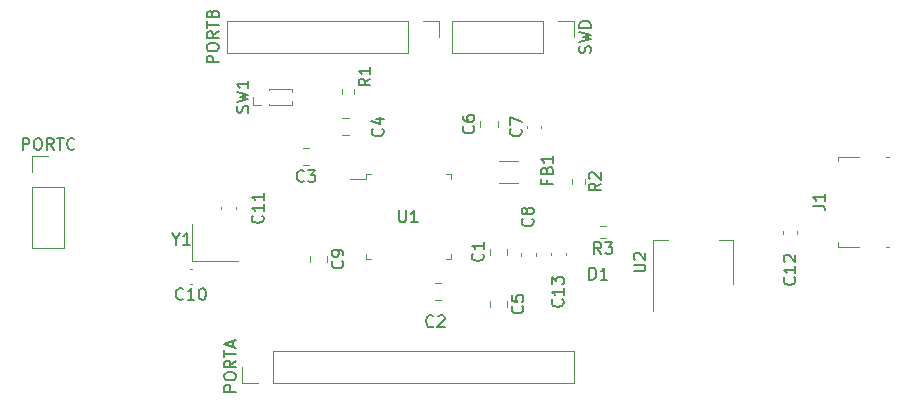
<source format=gbr>
%TF.GenerationSoftware,KiCad,Pcbnew,7.0.8*%
%TF.CreationDate,2025-03-19T21:09:53+05:30*%
%TF.ProjectId,stm32_pcb_design,73746d33-325f-4706-9362-5f6465736967,rev?*%
%TF.SameCoordinates,Original*%
%TF.FileFunction,Legend,Top*%
%TF.FilePolarity,Positive*%
%FSLAX46Y46*%
G04 Gerber Fmt 4.6, Leading zero omitted, Abs format (unit mm)*
G04 Created by KiCad (PCBNEW 7.0.8) date 2025-03-19 21:09:53*
%MOMM*%
%LPD*%
G01*
G04 APERTURE LIST*
%ADD10C,0.150000*%
%ADD11C,0.120000*%
%ADD12C,0.100000*%
G04 APERTURE END LIST*
D10*
X109593333Y-92119819D02*
X109593333Y-91119819D01*
X109593333Y-91119819D02*
X109974285Y-91119819D01*
X109974285Y-91119819D02*
X110069523Y-91167438D01*
X110069523Y-91167438D02*
X110117142Y-91215057D01*
X110117142Y-91215057D02*
X110164761Y-91310295D01*
X110164761Y-91310295D02*
X110164761Y-91453152D01*
X110164761Y-91453152D02*
X110117142Y-91548390D01*
X110117142Y-91548390D02*
X110069523Y-91596009D01*
X110069523Y-91596009D02*
X109974285Y-91643628D01*
X109974285Y-91643628D02*
X109593333Y-91643628D01*
X110783809Y-91119819D02*
X110974285Y-91119819D01*
X110974285Y-91119819D02*
X111069523Y-91167438D01*
X111069523Y-91167438D02*
X111164761Y-91262676D01*
X111164761Y-91262676D02*
X111212380Y-91453152D01*
X111212380Y-91453152D02*
X111212380Y-91786485D01*
X111212380Y-91786485D02*
X111164761Y-91976961D01*
X111164761Y-91976961D02*
X111069523Y-92072200D01*
X111069523Y-92072200D02*
X110974285Y-92119819D01*
X110974285Y-92119819D02*
X110783809Y-92119819D01*
X110783809Y-92119819D02*
X110688571Y-92072200D01*
X110688571Y-92072200D02*
X110593333Y-91976961D01*
X110593333Y-91976961D02*
X110545714Y-91786485D01*
X110545714Y-91786485D02*
X110545714Y-91453152D01*
X110545714Y-91453152D02*
X110593333Y-91262676D01*
X110593333Y-91262676D02*
X110688571Y-91167438D01*
X110688571Y-91167438D02*
X110783809Y-91119819D01*
X112212380Y-92119819D02*
X111879047Y-91643628D01*
X111640952Y-92119819D02*
X111640952Y-91119819D01*
X111640952Y-91119819D02*
X112021904Y-91119819D01*
X112021904Y-91119819D02*
X112117142Y-91167438D01*
X112117142Y-91167438D02*
X112164761Y-91215057D01*
X112164761Y-91215057D02*
X112212380Y-91310295D01*
X112212380Y-91310295D02*
X112212380Y-91453152D01*
X112212380Y-91453152D02*
X112164761Y-91548390D01*
X112164761Y-91548390D02*
X112117142Y-91596009D01*
X112117142Y-91596009D02*
X112021904Y-91643628D01*
X112021904Y-91643628D02*
X111640952Y-91643628D01*
X112498095Y-91119819D02*
X113069523Y-91119819D01*
X112783809Y-92119819D02*
X112783809Y-91119819D01*
X113974285Y-92024580D02*
X113926666Y-92072200D01*
X113926666Y-92072200D02*
X113783809Y-92119819D01*
X113783809Y-92119819D02*
X113688571Y-92119819D01*
X113688571Y-92119819D02*
X113545714Y-92072200D01*
X113545714Y-92072200D02*
X113450476Y-91976961D01*
X113450476Y-91976961D02*
X113402857Y-91881723D01*
X113402857Y-91881723D02*
X113355238Y-91691247D01*
X113355238Y-91691247D02*
X113355238Y-91548390D01*
X113355238Y-91548390D02*
X113402857Y-91357914D01*
X113402857Y-91357914D02*
X113450476Y-91262676D01*
X113450476Y-91262676D02*
X113545714Y-91167438D01*
X113545714Y-91167438D02*
X113688571Y-91119819D01*
X113688571Y-91119819D02*
X113783809Y-91119819D01*
X113783809Y-91119819D02*
X113926666Y-91167438D01*
X113926666Y-91167438D02*
X113974285Y-91215057D01*
X127664819Y-112585237D02*
X126664819Y-112585237D01*
X126664819Y-112585237D02*
X126664819Y-112204285D01*
X126664819Y-112204285D02*
X126712438Y-112109047D01*
X126712438Y-112109047D02*
X126760057Y-112061428D01*
X126760057Y-112061428D02*
X126855295Y-112013809D01*
X126855295Y-112013809D02*
X126998152Y-112013809D01*
X126998152Y-112013809D02*
X127093390Y-112061428D01*
X127093390Y-112061428D02*
X127141009Y-112109047D01*
X127141009Y-112109047D02*
X127188628Y-112204285D01*
X127188628Y-112204285D02*
X127188628Y-112585237D01*
X126664819Y-111394761D02*
X126664819Y-111204285D01*
X126664819Y-111204285D02*
X126712438Y-111109047D01*
X126712438Y-111109047D02*
X126807676Y-111013809D01*
X126807676Y-111013809D02*
X126998152Y-110966190D01*
X126998152Y-110966190D02*
X127331485Y-110966190D01*
X127331485Y-110966190D02*
X127521961Y-111013809D01*
X127521961Y-111013809D02*
X127617200Y-111109047D01*
X127617200Y-111109047D02*
X127664819Y-111204285D01*
X127664819Y-111204285D02*
X127664819Y-111394761D01*
X127664819Y-111394761D02*
X127617200Y-111489999D01*
X127617200Y-111489999D02*
X127521961Y-111585237D01*
X127521961Y-111585237D02*
X127331485Y-111632856D01*
X127331485Y-111632856D02*
X126998152Y-111632856D01*
X126998152Y-111632856D02*
X126807676Y-111585237D01*
X126807676Y-111585237D02*
X126712438Y-111489999D01*
X126712438Y-111489999D02*
X126664819Y-111394761D01*
X127664819Y-109966190D02*
X127188628Y-110299523D01*
X127664819Y-110537618D02*
X126664819Y-110537618D01*
X126664819Y-110537618D02*
X126664819Y-110156666D01*
X126664819Y-110156666D02*
X126712438Y-110061428D01*
X126712438Y-110061428D02*
X126760057Y-110013809D01*
X126760057Y-110013809D02*
X126855295Y-109966190D01*
X126855295Y-109966190D02*
X126998152Y-109966190D01*
X126998152Y-109966190D02*
X127093390Y-110013809D01*
X127093390Y-110013809D02*
X127141009Y-110061428D01*
X127141009Y-110061428D02*
X127188628Y-110156666D01*
X127188628Y-110156666D02*
X127188628Y-110537618D01*
X126664819Y-109680475D02*
X126664819Y-109109047D01*
X127664819Y-109394761D02*
X126664819Y-109394761D01*
X127379104Y-108823332D02*
X127379104Y-108347142D01*
X127664819Y-108918570D02*
X126664819Y-108585237D01*
X126664819Y-108585237D02*
X127664819Y-108251904D01*
X151754580Y-90336666D02*
X151802200Y-90384285D01*
X151802200Y-90384285D02*
X151849819Y-90527142D01*
X151849819Y-90527142D02*
X151849819Y-90622380D01*
X151849819Y-90622380D02*
X151802200Y-90765237D01*
X151802200Y-90765237D02*
X151706961Y-90860475D01*
X151706961Y-90860475D02*
X151611723Y-90908094D01*
X151611723Y-90908094D02*
X151421247Y-90955713D01*
X151421247Y-90955713D02*
X151278390Y-90955713D01*
X151278390Y-90955713D02*
X151087914Y-90908094D01*
X151087914Y-90908094D02*
X150992676Y-90860475D01*
X150992676Y-90860475D02*
X150897438Y-90765237D01*
X150897438Y-90765237D02*
X150849819Y-90622380D01*
X150849819Y-90622380D02*
X150849819Y-90527142D01*
X150849819Y-90527142D02*
X150897438Y-90384285D01*
X150897438Y-90384285D02*
X150945057Y-90336666D01*
X150849819Y-90003332D02*
X150849819Y-89336666D01*
X150849819Y-89336666D02*
X151849819Y-89765237D01*
X141478095Y-97244819D02*
X141478095Y-98054342D01*
X141478095Y-98054342D02*
X141525714Y-98149580D01*
X141525714Y-98149580D02*
X141573333Y-98197200D01*
X141573333Y-98197200D02*
X141668571Y-98244819D01*
X141668571Y-98244819D02*
X141859047Y-98244819D01*
X141859047Y-98244819D02*
X141954285Y-98197200D01*
X141954285Y-98197200D02*
X142001904Y-98149580D01*
X142001904Y-98149580D02*
X142049523Y-98054342D01*
X142049523Y-98054342D02*
X142049523Y-97244819D01*
X143049523Y-98244819D02*
X142478095Y-98244819D01*
X142763809Y-98244819D02*
X142763809Y-97244819D01*
X142763809Y-97244819D02*
X142668571Y-97387676D01*
X142668571Y-97387676D02*
X142573333Y-97482914D01*
X142573333Y-97482914D02*
X142478095Y-97530533D01*
X153971058Y-94697210D02*
X153971058Y-95030543D01*
X154494868Y-95030543D02*
X153494868Y-95030543D01*
X153494868Y-95030543D02*
X153494868Y-94554353D01*
X153971058Y-93840067D02*
X154018677Y-93697210D01*
X154018677Y-93697210D02*
X154066296Y-93649591D01*
X154066296Y-93649591D02*
X154161534Y-93601972D01*
X154161534Y-93601972D02*
X154304391Y-93601972D01*
X154304391Y-93601972D02*
X154399629Y-93649591D01*
X154399629Y-93649591D02*
X154447249Y-93697210D01*
X154447249Y-93697210D02*
X154494868Y-93792448D01*
X154494868Y-93792448D02*
X154494868Y-94173400D01*
X154494868Y-94173400D02*
X153494868Y-94173400D01*
X153494868Y-94173400D02*
X153494868Y-93840067D01*
X153494868Y-93840067D02*
X153542487Y-93744829D01*
X153542487Y-93744829D02*
X153590106Y-93697210D01*
X153590106Y-93697210D02*
X153685344Y-93649591D01*
X153685344Y-93649591D02*
X153780582Y-93649591D01*
X153780582Y-93649591D02*
X153875820Y-93697210D01*
X153875820Y-93697210D02*
X153923439Y-93744829D01*
X153923439Y-93744829D02*
X153971058Y-93840067D01*
X153971058Y-93840067D02*
X153971058Y-94173400D01*
X154494868Y-92649591D02*
X154494868Y-93221019D01*
X154494868Y-92935305D02*
X153494868Y-92935305D01*
X153494868Y-92935305D02*
X153637725Y-93030543D01*
X153637725Y-93030543D02*
X153732963Y-93125781D01*
X153732963Y-93125781D02*
X153780582Y-93221019D01*
X151899580Y-105344166D02*
X151947200Y-105391785D01*
X151947200Y-105391785D02*
X151994819Y-105534642D01*
X151994819Y-105534642D02*
X151994819Y-105629880D01*
X151994819Y-105629880D02*
X151947200Y-105772737D01*
X151947200Y-105772737D02*
X151851961Y-105867975D01*
X151851961Y-105867975D02*
X151756723Y-105915594D01*
X151756723Y-105915594D02*
X151566247Y-105963213D01*
X151566247Y-105963213D02*
X151423390Y-105963213D01*
X151423390Y-105963213D02*
X151232914Y-105915594D01*
X151232914Y-105915594D02*
X151137676Y-105867975D01*
X151137676Y-105867975D02*
X151042438Y-105772737D01*
X151042438Y-105772737D02*
X150994819Y-105629880D01*
X150994819Y-105629880D02*
X150994819Y-105534642D01*
X150994819Y-105534642D02*
X151042438Y-105391785D01*
X151042438Y-105391785D02*
X151090057Y-105344166D01*
X150994819Y-104439404D02*
X150994819Y-104915594D01*
X150994819Y-104915594D02*
X151471009Y-104963213D01*
X151471009Y-104963213D02*
X151423390Y-104915594D01*
X151423390Y-104915594D02*
X151375771Y-104820356D01*
X151375771Y-104820356D02*
X151375771Y-104582261D01*
X151375771Y-104582261D02*
X151423390Y-104487023D01*
X151423390Y-104487023D02*
X151471009Y-104439404D01*
X151471009Y-104439404D02*
X151566247Y-104391785D01*
X151566247Y-104391785D02*
X151804342Y-104391785D01*
X151804342Y-104391785D02*
X151899580Y-104439404D01*
X151899580Y-104439404D02*
X151947200Y-104487023D01*
X151947200Y-104487023D02*
X151994819Y-104582261D01*
X151994819Y-104582261D02*
X151994819Y-104820356D01*
X151994819Y-104820356D02*
X151947200Y-104915594D01*
X151947200Y-104915594D02*
X151899580Y-104963213D01*
X123189642Y-104719580D02*
X123142023Y-104767200D01*
X123142023Y-104767200D02*
X122999166Y-104814819D01*
X122999166Y-104814819D02*
X122903928Y-104814819D01*
X122903928Y-104814819D02*
X122761071Y-104767200D01*
X122761071Y-104767200D02*
X122665833Y-104671961D01*
X122665833Y-104671961D02*
X122618214Y-104576723D01*
X122618214Y-104576723D02*
X122570595Y-104386247D01*
X122570595Y-104386247D02*
X122570595Y-104243390D01*
X122570595Y-104243390D02*
X122618214Y-104052914D01*
X122618214Y-104052914D02*
X122665833Y-103957676D01*
X122665833Y-103957676D02*
X122761071Y-103862438D01*
X122761071Y-103862438D02*
X122903928Y-103814819D01*
X122903928Y-103814819D02*
X122999166Y-103814819D01*
X122999166Y-103814819D02*
X123142023Y-103862438D01*
X123142023Y-103862438D02*
X123189642Y-103910057D01*
X124142023Y-104814819D02*
X123570595Y-104814819D01*
X123856309Y-104814819D02*
X123856309Y-103814819D01*
X123856309Y-103814819D02*
X123761071Y-103957676D01*
X123761071Y-103957676D02*
X123665833Y-104052914D01*
X123665833Y-104052914D02*
X123570595Y-104100533D01*
X124761071Y-103814819D02*
X124856309Y-103814819D01*
X124856309Y-103814819D02*
X124951547Y-103862438D01*
X124951547Y-103862438D02*
X124999166Y-103910057D01*
X124999166Y-103910057D02*
X125046785Y-104005295D01*
X125046785Y-104005295D02*
X125094404Y-104195771D01*
X125094404Y-104195771D02*
X125094404Y-104433866D01*
X125094404Y-104433866D02*
X125046785Y-104624342D01*
X125046785Y-104624342D02*
X124999166Y-104719580D01*
X124999166Y-104719580D02*
X124951547Y-104767200D01*
X124951547Y-104767200D02*
X124856309Y-104814819D01*
X124856309Y-104814819D02*
X124761071Y-104814819D01*
X124761071Y-104814819D02*
X124665833Y-104767200D01*
X124665833Y-104767200D02*
X124618214Y-104719580D01*
X124618214Y-104719580D02*
X124570595Y-104624342D01*
X124570595Y-104624342D02*
X124522976Y-104433866D01*
X124522976Y-104433866D02*
X124522976Y-104195771D01*
X124522976Y-104195771D02*
X124570595Y-104005295D01*
X124570595Y-104005295D02*
X124618214Y-103910057D01*
X124618214Y-103910057D02*
X124665833Y-103862438D01*
X124665833Y-103862438D02*
X124761071Y-103814819D01*
X136659580Y-101534166D02*
X136707200Y-101581785D01*
X136707200Y-101581785D02*
X136754819Y-101724642D01*
X136754819Y-101724642D02*
X136754819Y-101819880D01*
X136754819Y-101819880D02*
X136707200Y-101962737D01*
X136707200Y-101962737D02*
X136611961Y-102057975D01*
X136611961Y-102057975D02*
X136516723Y-102105594D01*
X136516723Y-102105594D02*
X136326247Y-102153213D01*
X136326247Y-102153213D02*
X136183390Y-102153213D01*
X136183390Y-102153213D02*
X135992914Y-102105594D01*
X135992914Y-102105594D02*
X135897676Y-102057975D01*
X135897676Y-102057975D02*
X135802438Y-101962737D01*
X135802438Y-101962737D02*
X135754819Y-101819880D01*
X135754819Y-101819880D02*
X135754819Y-101724642D01*
X135754819Y-101724642D02*
X135802438Y-101581785D01*
X135802438Y-101581785D02*
X135850057Y-101534166D01*
X136754819Y-101057975D02*
X136754819Y-100867499D01*
X136754819Y-100867499D02*
X136707200Y-100772261D01*
X136707200Y-100772261D02*
X136659580Y-100724642D01*
X136659580Y-100724642D02*
X136516723Y-100629404D01*
X136516723Y-100629404D02*
X136326247Y-100581785D01*
X136326247Y-100581785D02*
X135945295Y-100581785D01*
X135945295Y-100581785D02*
X135850057Y-100629404D01*
X135850057Y-100629404D02*
X135802438Y-100677023D01*
X135802438Y-100677023D02*
X135754819Y-100772261D01*
X135754819Y-100772261D02*
X135754819Y-100962737D01*
X135754819Y-100962737D02*
X135802438Y-101057975D01*
X135802438Y-101057975D02*
X135850057Y-101105594D01*
X135850057Y-101105594D02*
X135945295Y-101153213D01*
X135945295Y-101153213D02*
X136183390Y-101153213D01*
X136183390Y-101153213D02*
X136278628Y-101105594D01*
X136278628Y-101105594D02*
X136326247Y-101057975D01*
X136326247Y-101057975D02*
X136373866Y-100962737D01*
X136373866Y-100962737D02*
X136373866Y-100772261D01*
X136373866Y-100772261D02*
X136326247Y-100677023D01*
X136326247Y-100677023D02*
X136278628Y-100629404D01*
X136278628Y-100629404D02*
X136183390Y-100581785D01*
X133415833Y-94749580D02*
X133368214Y-94797200D01*
X133368214Y-94797200D02*
X133225357Y-94844819D01*
X133225357Y-94844819D02*
X133130119Y-94844819D01*
X133130119Y-94844819D02*
X132987262Y-94797200D01*
X132987262Y-94797200D02*
X132892024Y-94701961D01*
X132892024Y-94701961D02*
X132844405Y-94606723D01*
X132844405Y-94606723D02*
X132796786Y-94416247D01*
X132796786Y-94416247D02*
X132796786Y-94273390D01*
X132796786Y-94273390D02*
X132844405Y-94082914D01*
X132844405Y-94082914D02*
X132892024Y-93987676D01*
X132892024Y-93987676D02*
X132987262Y-93892438D01*
X132987262Y-93892438D02*
X133130119Y-93844819D01*
X133130119Y-93844819D02*
X133225357Y-93844819D01*
X133225357Y-93844819D02*
X133368214Y-93892438D01*
X133368214Y-93892438D02*
X133415833Y-93940057D01*
X133749167Y-93844819D02*
X134368214Y-93844819D01*
X134368214Y-93844819D02*
X134034881Y-94225771D01*
X134034881Y-94225771D02*
X134177738Y-94225771D01*
X134177738Y-94225771D02*
X134272976Y-94273390D01*
X134272976Y-94273390D02*
X134320595Y-94321009D01*
X134320595Y-94321009D02*
X134368214Y-94416247D01*
X134368214Y-94416247D02*
X134368214Y-94654342D01*
X134368214Y-94654342D02*
X134320595Y-94749580D01*
X134320595Y-94749580D02*
X134272976Y-94797200D01*
X134272976Y-94797200D02*
X134177738Y-94844819D01*
X134177738Y-94844819D02*
X133892024Y-94844819D01*
X133892024Y-94844819D02*
X133796786Y-94797200D01*
X133796786Y-94797200D02*
X133749167Y-94749580D01*
X158583333Y-100944819D02*
X158250000Y-100468628D01*
X158011905Y-100944819D02*
X158011905Y-99944819D01*
X158011905Y-99944819D02*
X158392857Y-99944819D01*
X158392857Y-99944819D02*
X158488095Y-99992438D01*
X158488095Y-99992438D02*
X158535714Y-100040057D01*
X158535714Y-100040057D02*
X158583333Y-100135295D01*
X158583333Y-100135295D02*
X158583333Y-100278152D01*
X158583333Y-100278152D02*
X158535714Y-100373390D01*
X158535714Y-100373390D02*
X158488095Y-100421009D01*
X158488095Y-100421009D02*
X158392857Y-100468628D01*
X158392857Y-100468628D02*
X158011905Y-100468628D01*
X158916667Y-99944819D02*
X159535714Y-99944819D01*
X159535714Y-99944819D02*
X159202381Y-100325771D01*
X159202381Y-100325771D02*
X159345238Y-100325771D01*
X159345238Y-100325771D02*
X159440476Y-100373390D01*
X159440476Y-100373390D02*
X159488095Y-100421009D01*
X159488095Y-100421009D02*
X159535714Y-100516247D01*
X159535714Y-100516247D02*
X159535714Y-100754342D01*
X159535714Y-100754342D02*
X159488095Y-100849580D01*
X159488095Y-100849580D02*
X159440476Y-100897200D01*
X159440476Y-100897200D02*
X159345238Y-100944819D01*
X159345238Y-100944819D02*
X159059524Y-100944819D01*
X159059524Y-100944819D02*
X158964286Y-100897200D01*
X158964286Y-100897200D02*
X158916667Y-100849580D01*
X139044819Y-86081666D02*
X138568628Y-86414999D01*
X139044819Y-86653094D02*
X138044819Y-86653094D01*
X138044819Y-86653094D02*
X138044819Y-86272142D01*
X138044819Y-86272142D02*
X138092438Y-86176904D01*
X138092438Y-86176904D02*
X138140057Y-86129285D01*
X138140057Y-86129285D02*
X138235295Y-86081666D01*
X138235295Y-86081666D02*
X138378152Y-86081666D01*
X138378152Y-86081666D02*
X138473390Y-86129285D01*
X138473390Y-86129285D02*
X138521009Y-86176904D01*
X138521009Y-86176904D02*
X138568628Y-86272142D01*
X138568628Y-86272142D02*
X138568628Y-86653094D01*
X139044819Y-85129285D02*
X139044819Y-85700713D01*
X139044819Y-85414999D02*
X138044819Y-85414999D01*
X138044819Y-85414999D02*
X138187676Y-85510237D01*
X138187676Y-85510237D02*
X138282914Y-85605475D01*
X138282914Y-85605475D02*
X138330533Y-85700713D01*
X144380833Y-107039580D02*
X144333214Y-107087200D01*
X144333214Y-107087200D02*
X144190357Y-107134819D01*
X144190357Y-107134819D02*
X144095119Y-107134819D01*
X144095119Y-107134819D02*
X143952262Y-107087200D01*
X143952262Y-107087200D02*
X143857024Y-106991961D01*
X143857024Y-106991961D02*
X143809405Y-106896723D01*
X143809405Y-106896723D02*
X143761786Y-106706247D01*
X143761786Y-106706247D02*
X143761786Y-106563390D01*
X143761786Y-106563390D02*
X143809405Y-106372914D01*
X143809405Y-106372914D02*
X143857024Y-106277676D01*
X143857024Y-106277676D02*
X143952262Y-106182438D01*
X143952262Y-106182438D02*
X144095119Y-106134819D01*
X144095119Y-106134819D02*
X144190357Y-106134819D01*
X144190357Y-106134819D02*
X144333214Y-106182438D01*
X144333214Y-106182438D02*
X144380833Y-106230057D01*
X144761786Y-106230057D02*
X144809405Y-106182438D01*
X144809405Y-106182438D02*
X144904643Y-106134819D01*
X144904643Y-106134819D02*
X145142738Y-106134819D01*
X145142738Y-106134819D02*
X145237976Y-106182438D01*
X145237976Y-106182438D02*
X145285595Y-106230057D01*
X145285595Y-106230057D02*
X145333214Y-106325295D01*
X145333214Y-106325295D02*
X145333214Y-106420533D01*
X145333214Y-106420533D02*
X145285595Y-106563390D01*
X145285595Y-106563390D02*
X144714167Y-107134819D01*
X144714167Y-107134819D02*
X145333214Y-107134819D01*
X129899580Y-97692857D02*
X129947200Y-97740476D01*
X129947200Y-97740476D02*
X129994819Y-97883333D01*
X129994819Y-97883333D02*
X129994819Y-97978571D01*
X129994819Y-97978571D02*
X129947200Y-98121428D01*
X129947200Y-98121428D02*
X129851961Y-98216666D01*
X129851961Y-98216666D02*
X129756723Y-98264285D01*
X129756723Y-98264285D02*
X129566247Y-98311904D01*
X129566247Y-98311904D02*
X129423390Y-98311904D01*
X129423390Y-98311904D02*
X129232914Y-98264285D01*
X129232914Y-98264285D02*
X129137676Y-98216666D01*
X129137676Y-98216666D02*
X129042438Y-98121428D01*
X129042438Y-98121428D02*
X128994819Y-97978571D01*
X128994819Y-97978571D02*
X128994819Y-97883333D01*
X128994819Y-97883333D02*
X129042438Y-97740476D01*
X129042438Y-97740476D02*
X129090057Y-97692857D01*
X129994819Y-96740476D02*
X129994819Y-97311904D01*
X129994819Y-97026190D02*
X128994819Y-97026190D01*
X128994819Y-97026190D02*
X129137676Y-97121428D01*
X129137676Y-97121428D02*
X129232914Y-97216666D01*
X129232914Y-97216666D02*
X129280533Y-97311904D01*
X129994819Y-95788095D02*
X129994819Y-96359523D01*
X129994819Y-96073809D02*
X128994819Y-96073809D01*
X128994819Y-96073809D02*
X129137676Y-96169047D01*
X129137676Y-96169047D02*
X129232914Y-96264285D01*
X129232914Y-96264285D02*
X129280533Y-96359523D01*
X152759580Y-97956666D02*
X152807200Y-98004285D01*
X152807200Y-98004285D02*
X152854819Y-98147142D01*
X152854819Y-98147142D02*
X152854819Y-98242380D01*
X152854819Y-98242380D02*
X152807200Y-98385237D01*
X152807200Y-98385237D02*
X152711961Y-98480475D01*
X152711961Y-98480475D02*
X152616723Y-98528094D01*
X152616723Y-98528094D02*
X152426247Y-98575713D01*
X152426247Y-98575713D02*
X152283390Y-98575713D01*
X152283390Y-98575713D02*
X152092914Y-98528094D01*
X152092914Y-98528094D02*
X151997676Y-98480475D01*
X151997676Y-98480475D02*
X151902438Y-98385237D01*
X151902438Y-98385237D02*
X151854819Y-98242380D01*
X151854819Y-98242380D02*
X151854819Y-98147142D01*
X151854819Y-98147142D02*
X151902438Y-98004285D01*
X151902438Y-98004285D02*
X151950057Y-97956666D01*
X152283390Y-97385237D02*
X152235771Y-97480475D01*
X152235771Y-97480475D02*
X152188152Y-97528094D01*
X152188152Y-97528094D02*
X152092914Y-97575713D01*
X152092914Y-97575713D02*
X152045295Y-97575713D01*
X152045295Y-97575713D02*
X151950057Y-97528094D01*
X151950057Y-97528094D02*
X151902438Y-97480475D01*
X151902438Y-97480475D02*
X151854819Y-97385237D01*
X151854819Y-97385237D02*
X151854819Y-97194761D01*
X151854819Y-97194761D02*
X151902438Y-97099523D01*
X151902438Y-97099523D02*
X151950057Y-97051904D01*
X151950057Y-97051904D02*
X152045295Y-97004285D01*
X152045295Y-97004285D02*
X152092914Y-97004285D01*
X152092914Y-97004285D02*
X152188152Y-97051904D01*
X152188152Y-97051904D02*
X152235771Y-97099523D01*
X152235771Y-97099523D02*
X152283390Y-97194761D01*
X152283390Y-97194761D02*
X152283390Y-97385237D01*
X152283390Y-97385237D02*
X152331009Y-97480475D01*
X152331009Y-97480475D02*
X152378628Y-97528094D01*
X152378628Y-97528094D02*
X152473866Y-97575713D01*
X152473866Y-97575713D02*
X152664342Y-97575713D01*
X152664342Y-97575713D02*
X152759580Y-97528094D01*
X152759580Y-97528094D02*
X152807200Y-97480475D01*
X152807200Y-97480475D02*
X152854819Y-97385237D01*
X152854819Y-97385237D02*
X152854819Y-97194761D01*
X152854819Y-97194761D02*
X152807200Y-97099523D01*
X152807200Y-97099523D02*
X152759580Y-97051904D01*
X152759580Y-97051904D02*
X152664342Y-97004285D01*
X152664342Y-97004285D02*
X152473866Y-97004285D01*
X152473866Y-97004285D02*
X152378628Y-97051904D01*
X152378628Y-97051904D02*
X152331009Y-97099523D01*
X152331009Y-97099523D02*
X152283390Y-97194761D01*
X155299580Y-104782857D02*
X155347200Y-104830476D01*
X155347200Y-104830476D02*
X155394819Y-104973333D01*
X155394819Y-104973333D02*
X155394819Y-105068571D01*
X155394819Y-105068571D02*
X155347200Y-105211428D01*
X155347200Y-105211428D02*
X155251961Y-105306666D01*
X155251961Y-105306666D02*
X155156723Y-105354285D01*
X155156723Y-105354285D02*
X154966247Y-105401904D01*
X154966247Y-105401904D02*
X154823390Y-105401904D01*
X154823390Y-105401904D02*
X154632914Y-105354285D01*
X154632914Y-105354285D02*
X154537676Y-105306666D01*
X154537676Y-105306666D02*
X154442438Y-105211428D01*
X154442438Y-105211428D02*
X154394819Y-105068571D01*
X154394819Y-105068571D02*
X154394819Y-104973333D01*
X154394819Y-104973333D02*
X154442438Y-104830476D01*
X154442438Y-104830476D02*
X154490057Y-104782857D01*
X155394819Y-103830476D02*
X155394819Y-104401904D01*
X155394819Y-104116190D02*
X154394819Y-104116190D01*
X154394819Y-104116190D02*
X154537676Y-104211428D01*
X154537676Y-104211428D02*
X154632914Y-104306666D01*
X154632914Y-104306666D02*
X154680533Y-104401904D01*
X154394819Y-103497142D02*
X154394819Y-102878095D01*
X154394819Y-102878095D02*
X154775771Y-103211428D01*
X154775771Y-103211428D02*
X154775771Y-103068571D01*
X154775771Y-103068571D02*
X154823390Y-102973333D01*
X154823390Y-102973333D02*
X154871009Y-102925714D01*
X154871009Y-102925714D02*
X154966247Y-102878095D01*
X154966247Y-102878095D02*
X155204342Y-102878095D01*
X155204342Y-102878095D02*
X155299580Y-102925714D01*
X155299580Y-102925714D02*
X155347200Y-102973333D01*
X155347200Y-102973333D02*
X155394819Y-103068571D01*
X155394819Y-103068571D02*
X155394819Y-103354285D01*
X155394819Y-103354285D02*
X155347200Y-103449523D01*
X155347200Y-103449523D02*
X155299580Y-103497142D01*
X148539580Y-100906666D02*
X148587200Y-100954285D01*
X148587200Y-100954285D02*
X148634819Y-101097142D01*
X148634819Y-101097142D02*
X148634819Y-101192380D01*
X148634819Y-101192380D02*
X148587200Y-101335237D01*
X148587200Y-101335237D02*
X148491961Y-101430475D01*
X148491961Y-101430475D02*
X148396723Y-101478094D01*
X148396723Y-101478094D02*
X148206247Y-101525713D01*
X148206247Y-101525713D02*
X148063390Y-101525713D01*
X148063390Y-101525713D02*
X147872914Y-101478094D01*
X147872914Y-101478094D02*
X147777676Y-101430475D01*
X147777676Y-101430475D02*
X147682438Y-101335237D01*
X147682438Y-101335237D02*
X147634819Y-101192380D01*
X147634819Y-101192380D02*
X147634819Y-101097142D01*
X147634819Y-101097142D02*
X147682438Y-100954285D01*
X147682438Y-100954285D02*
X147730057Y-100906666D01*
X148634819Y-99954285D02*
X148634819Y-100525713D01*
X148634819Y-100239999D02*
X147634819Y-100239999D01*
X147634819Y-100239999D02*
X147777676Y-100335237D01*
X147777676Y-100335237D02*
X147872914Y-100430475D01*
X147872914Y-100430475D02*
X147920533Y-100525713D01*
X157667200Y-83907142D02*
X157714819Y-83764285D01*
X157714819Y-83764285D02*
X157714819Y-83526190D01*
X157714819Y-83526190D02*
X157667200Y-83430952D01*
X157667200Y-83430952D02*
X157619580Y-83383333D01*
X157619580Y-83383333D02*
X157524342Y-83335714D01*
X157524342Y-83335714D02*
X157429104Y-83335714D01*
X157429104Y-83335714D02*
X157333866Y-83383333D01*
X157333866Y-83383333D02*
X157286247Y-83430952D01*
X157286247Y-83430952D02*
X157238628Y-83526190D01*
X157238628Y-83526190D02*
X157191009Y-83716666D01*
X157191009Y-83716666D02*
X157143390Y-83811904D01*
X157143390Y-83811904D02*
X157095771Y-83859523D01*
X157095771Y-83859523D02*
X157000533Y-83907142D01*
X157000533Y-83907142D02*
X156905295Y-83907142D01*
X156905295Y-83907142D02*
X156810057Y-83859523D01*
X156810057Y-83859523D02*
X156762438Y-83811904D01*
X156762438Y-83811904D02*
X156714819Y-83716666D01*
X156714819Y-83716666D02*
X156714819Y-83478571D01*
X156714819Y-83478571D02*
X156762438Y-83335714D01*
X156714819Y-83002380D02*
X157714819Y-82764285D01*
X157714819Y-82764285D02*
X157000533Y-82573809D01*
X157000533Y-82573809D02*
X157714819Y-82383333D01*
X157714819Y-82383333D02*
X156714819Y-82145238D01*
X157714819Y-81764285D02*
X156714819Y-81764285D01*
X156714819Y-81764285D02*
X156714819Y-81526190D01*
X156714819Y-81526190D02*
X156762438Y-81383333D01*
X156762438Y-81383333D02*
X156857676Y-81288095D01*
X156857676Y-81288095D02*
X156952914Y-81240476D01*
X156952914Y-81240476D02*
X157143390Y-81192857D01*
X157143390Y-81192857D02*
X157286247Y-81192857D01*
X157286247Y-81192857D02*
X157476723Y-81240476D01*
X157476723Y-81240476D02*
X157571961Y-81288095D01*
X157571961Y-81288095D02*
X157667200Y-81383333D01*
X157667200Y-81383333D02*
X157714819Y-81526190D01*
X157714819Y-81526190D02*
X157714819Y-81764285D01*
X147754580Y-90104166D02*
X147802200Y-90151785D01*
X147802200Y-90151785D02*
X147849819Y-90294642D01*
X147849819Y-90294642D02*
X147849819Y-90389880D01*
X147849819Y-90389880D02*
X147802200Y-90532737D01*
X147802200Y-90532737D02*
X147706961Y-90627975D01*
X147706961Y-90627975D02*
X147611723Y-90675594D01*
X147611723Y-90675594D02*
X147421247Y-90723213D01*
X147421247Y-90723213D02*
X147278390Y-90723213D01*
X147278390Y-90723213D02*
X147087914Y-90675594D01*
X147087914Y-90675594D02*
X146992676Y-90627975D01*
X146992676Y-90627975D02*
X146897438Y-90532737D01*
X146897438Y-90532737D02*
X146849819Y-90389880D01*
X146849819Y-90389880D02*
X146849819Y-90294642D01*
X146849819Y-90294642D02*
X146897438Y-90151785D01*
X146897438Y-90151785D02*
X146945057Y-90104166D01*
X146849819Y-89247023D02*
X146849819Y-89437499D01*
X146849819Y-89437499D02*
X146897438Y-89532737D01*
X146897438Y-89532737D02*
X146945057Y-89580356D01*
X146945057Y-89580356D02*
X147087914Y-89675594D01*
X147087914Y-89675594D02*
X147278390Y-89723213D01*
X147278390Y-89723213D02*
X147659342Y-89723213D01*
X147659342Y-89723213D02*
X147754580Y-89675594D01*
X147754580Y-89675594D02*
X147802200Y-89627975D01*
X147802200Y-89627975D02*
X147849819Y-89532737D01*
X147849819Y-89532737D02*
X147849819Y-89342261D01*
X147849819Y-89342261D02*
X147802200Y-89247023D01*
X147802200Y-89247023D02*
X147754580Y-89199404D01*
X147754580Y-89199404D02*
X147659342Y-89151785D01*
X147659342Y-89151785D02*
X147421247Y-89151785D01*
X147421247Y-89151785D02*
X147326009Y-89199404D01*
X147326009Y-89199404D02*
X147278390Y-89247023D01*
X147278390Y-89247023D02*
X147230771Y-89342261D01*
X147230771Y-89342261D02*
X147230771Y-89532737D01*
X147230771Y-89532737D02*
X147278390Y-89627975D01*
X147278390Y-89627975D02*
X147326009Y-89675594D01*
X147326009Y-89675594D02*
X147421247Y-89723213D01*
X176494819Y-96853333D02*
X177209104Y-96853333D01*
X177209104Y-96853333D02*
X177351961Y-96900952D01*
X177351961Y-96900952D02*
X177447200Y-96996190D01*
X177447200Y-96996190D02*
X177494819Y-97139047D01*
X177494819Y-97139047D02*
X177494819Y-97234285D01*
X177494819Y-95853333D02*
X177494819Y-96424761D01*
X177494819Y-96139047D02*
X176494819Y-96139047D01*
X176494819Y-96139047D02*
X176637676Y-96234285D01*
X176637676Y-96234285D02*
X176732914Y-96329523D01*
X176732914Y-96329523D02*
X176780533Y-96424761D01*
X174922080Y-102922857D02*
X174969700Y-102970476D01*
X174969700Y-102970476D02*
X175017319Y-103113333D01*
X175017319Y-103113333D02*
X175017319Y-103208571D01*
X175017319Y-103208571D02*
X174969700Y-103351428D01*
X174969700Y-103351428D02*
X174874461Y-103446666D01*
X174874461Y-103446666D02*
X174779223Y-103494285D01*
X174779223Y-103494285D02*
X174588747Y-103541904D01*
X174588747Y-103541904D02*
X174445890Y-103541904D01*
X174445890Y-103541904D02*
X174255414Y-103494285D01*
X174255414Y-103494285D02*
X174160176Y-103446666D01*
X174160176Y-103446666D02*
X174064938Y-103351428D01*
X174064938Y-103351428D02*
X174017319Y-103208571D01*
X174017319Y-103208571D02*
X174017319Y-103113333D01*
X174017319Y-103113333D02*
X174064938Y-102970476D01*
X174064938Y-102970476D02*
X174112557Y-102922857D01*
X175017319Y-101970476D02*
X175017319Y-102541904D01*
X175017319Y-102256190D02*
X174017319Y-102256190D01*
X174017319Y-102256190D02*
X174160176Y-102351428D01*
X174160176Y-102351428D02*
X174255414Y-102446666D01*
X174255414Y-102446666D02*
X174303033Y-102541904D01*
X174112557Y-101589523D02*
X174064938Y-101541904D01*
X174064938Y-101541904D02*
X174017319Y-101446666D01*
X174017319Y-101446666D02*
X174017319Y-101208571D01*
X174017319Y-101208571D02*
X174064938Y-101113333D01*
X174064938Y-101113333D02*
X174112557Y-101065714D01*
X174112557Y-101065714D02*
X174207795Y-101018095D01*
X174207795Y-101018095D02*
X174303033Y-101018095D01*
X174303033Y-101018095D02*
X174445890Y-101065714D01*
X174445890Y-101065714D02*
X175017319Y-101637142D01*
X175017319Y-101637142D02*
X175017319Y-101018095D01*
X126184819Y-84716666D02*
X125184819Y-84716666D01*
X125184819Y-84716666D02*
X125184819Y-84335714D01*
X125184819Y-84335714D02*
X125232438Y-84240476D01*
X125232438Y-84240476D02*
X125280057Y-84192857D01*
X125280057Y-84192857D02*
X125375295Y-84145238D01*
X125375295Y-84145238D02*
X125518152Y-84145238D01*
X125518152Y-84145238D02*
X125613390Y-84192857D01*
X125613390Y-84192857D02*
X125661009Y-84240476D01*
X125661009Y-84240476D02*
X125708628Y-84335714D01*
X125708628Y-84335714D02*
X125708628Y-84716666D01*
X125184819Y-83526190D02*
X125184819Y-83335714D01*
X125184819Y-83335714D02*
X125232438Y-83240476D01*
X125232438Y-83240476D02*
X125327676Y-83145238D01*
X125327676Y-83145238D02*
X125518152Y-83097619D01*
X125518152Y-83097619D02*
X125851485Y-83097619D01*
X125851485Y-83097619D02*
X126041961Y-83145238D01*
X126041961Y-83145238D02*
X126137200Y-83240476D01*
X126137200Y-83240476D02*
X126184819Y-83335714D01*
X126184819Y-83335714D02*
X126184819Y-83526190D01*
X126184819Y-83526190D02*
X126137200Y-83621428D01*
X126137200Y-83621428D02*
X126041961Y-83716666D01*
X126041961Y-83716666D02*
X125851485Y-83764285D01*
X125851485Y-83764285D02*
X125518152Y-83764285D01*
X125518152Y-83764285D02*
X125327676Y-83716666D01*
X125327676Y-83716666D02*
X125232438Y-83621428D01*
X125232438Y-83621428D02*
X125184819Y-83526190D01*
X126184819Y-82097619D02*
X125708628Y-82430952D01*
X126184819Y-82669047D02*
X125184819Y-82669047D01*
X125184819Y-82669047D02*
X125184819Y-82288095D01*
X125184819Y-82288095D02*
X125232438Y-82192857D01*
X125232438Y-82192857D02*
X125280057Y-82145238D01*
X125280057Y-82145238D02*
X125375295Y-82097619D01*
X125375295Y-82097619D02*
X125518152Y-82097619D01*
X125518152Y-82097619D02*
X125613390Y-82145238D01*
X125613390Y-82145238D02*
X125661009Y-82192857D01*
X125661009Y-82192857D02*
X125708628Y-82288095D01*
X125708628Y-82288095D02*
X125708628Y-82669047D01*
X125184819Y-81811904D02*
X125184819Y-81240476D01*
X126184819Y-81526190D02*
X125184819Y-81526190D01*
X125661009Y-80573809D02*
X125708628Y-80430952D01*
X125708628Y-80430952D02*
X125756247Y-80383333D01*
X125756247Y-80383333D02*
X125851485Y-80335714D01*
X125851485Y-80335714D02*
X125994342Y-80335714D01*
X125994342Y-80335714D02*
X126089580Y-80383333D01*
X126089580Y-80383333D02*
X126137200Y-80430952D01*
X126137200Y-80430952D02*
X126184819Y-80526190D01*
X126184819Y-80526190D02*
X126184819Y-80907142D01*
X126184819Y-80907142D02*
X125184819Y-80907142D01*
X125184819Y-80907142D02*
X125184819Y-80573809D01*
X125184819Y-80573809D02*
X125232438Y-80478571D01*
X125232438Y-80478571D02*
X125280057Y-80430952D01*
X125280057Y-80430952D02*
X125375295Y-80383333D01*
X125375295Y-80383333D02*
X125470533Y-80383333D01*
X125470533Y-80383333D02*
X125565771Y-80430952D01*
X125565771Y-80430952D02*
X125613390Y-80478571D01*
X125613390Y-80478571D02*
X125661009Y-80573809D01*
X125661009Y-80573809D02*
X125661009Y-80907142D01*
X158539819Y-94971666D02*
X158063628Y-95304999D01*
X158539819Y-95543094D02*
X157539819Y-95543094D01*
X157539819Y-95543094D02*
X157539819Y-95162142D01*
X157539819Y-95162142D02*
X157587438Y-95066904D01*
X157587438Y-95066904D02*
X157635057Y-95019285D01*
X157635057Y-95019285D02*
X157730295Y-94971666D01*
X157730295Y-94971666D02*
X157873152Y-94971666D01*
X157873152Y-94971666D02*
X157968390Y-95019285D01*
X157968390Y-95019285D02*
X158016009Y-95066904D01*
X158016009Y-95066904D02*
X158063628Y-95162142D01*
X158063628Y-95162142D02*
X158063628Y-95543094D01*
X157635057Y-94590713D02*
X157587438Y-94543094D01*
X157587438Y-94543094D02*
X157539819Y-94447856D01*
X157539819Y-94447856D02*
X157539819Y-94209761D01*
X157539819Y-94209761D02*
X157587438Y-94114523D01*
X157587438Y-94114523D02*
X157635057Y-94066904D01*
X157635057Y-94066904D02*
X157730295Y-94019285D01*
X157730295Y-94019285D02*
X157825533Y-94019285D01*
X157825533Y-94019285D02*
X157968390Y-94066904D01*
X157968390Y-94066904D02*
X158539819Y-94638332D01*
X158539819Y-94638332D02*
X158539819Y-94019285D01*
X122574216Y-99660105D02*
X122574216Y-100136296D01*
X122240883Y-99136296D02*
X122574216Y-99660105D01*
X122574216Y-99660105D02*
X122907549Y-99136296D01*
X123764692Y-100136296D02*
X123193264Y-100136296D01*
X123478978Y-100136296D02*
X123478978Y-99136296D01*
X123478978Y-99136296D02*
X123383740Y-99279153D01*
X123383740Y-99279153D02*
X123288502Y-99374391D01*
X123288502Y-99374391D02*
X123193264Y-99422010D01*
X140059580Y-90336666D02*
X140107200Y-90384285D01*
X140107200Y-90384285D02*
X140154819Y-90527142D01*
X140154819Y-90527142D02*
X140154819Y-90622380D01*
X140154819Y-90622380D02*
X140107200Y-90765237D01*
X140107200Y-90765237D02*
X140011961Y-90860475D01*
X140011961Y-90860475D02*
X139916723Y-90908094D01*
X139916723Y-90908094D02*
X139726247Y-90955713D01*
X139726247Y-90955713D02*
X139583390Y-90955713D01*
X139583390Y-90955713D02*
X139392914Y-90908094D01*
X139392914Y-90908094D02*
X139297676Y-90860475D01*
X139297676Y-90860475D02*
X139202438Y-90765237D01*
X139202438Y-90765237D02*
X139154819Y-90622380D01*
X139154819Y-90622380D02*
X139154819Y-90527142D01*
X139154819Y-90527142D02*
X139202438Y-90384285D01*
X139202438Y-90384285D02*
X139250057Y-90336666D01*
X139488152Y-89479523D02*
X140154819Y-89479523D01*
X139107200Y-89717618D02*
X139821485Y-89955713D01*
X139821485Y-89955713D02*
X139821485Y-89336666D01*
X161324819Y-102414404D02*
X162134342Y-102414404D01*
X162134342Y-102414404D02*
X162229580Y-102366785D01*
X162229580Y-102366785D02*
X162277200Y-102319166D01*
X162277200Y-102319166D02*
X162324819Y-102223928D01*
X162324819Y-102223928D02*
X162324819Y-102033452D01*
X162324819Y-102033452D02*
X162277200Y-101938214D01*
X162277200Y-101938214D02*
X162229580Y-101890595D01*
X162229580Y-101890595D02*
X162134342Y-101842976D01*
X162134342Y-101842976D02*
X161324819Y-101842976D01*
X161420057Y-101414404D02*
X161372438Y-101366785D01*
X161372438Y-101366785D02*
X161324819Y-101271547D01*
X161324819Y-101271547D02*
X161324819Y-101033452D01*
X161324819Y-101033452D02*
X161372438Y-100938214D01*
X161372438Y-100938214D02*
X161420057Y-100890595D01*
X161420057Y-100890595D02*
X161515295Y-100842976D01*
X161515295Y-100842976D02*
X161610533Y-100842976D01*
X161610533Y-100842976D02*
X161753390Y-100890595D01*
X161753390Y-100890595D02*
X162324819Y-101462023D01*
X162324819Y-101462023D02*
X162324819Y-100842976D01*
X157579405Y-103104819D02*
X157579405Y-102104819D01*
X157579405Y-102104819D02*
X157817500Y-102104819D01*
X157817500Y-102104819D02*
X157960357Y-102152438D01*
X157960357Y-102152438D02*
X158055595Y-102247676D01*
X158055595Y-102247676D02*
X158103214Y-102342914D01*
X158103214Y-102342914D02*
X158150833Y-102533390D01*
X158150833Y-102533390D02*
X158150833Y-102676247D01*
X158150833Y-102676247D02*
X158103214Y-102866723D01*
X158103214Y-102866723D02*
X158055595Y-102961961D01*
X158055595Y-102961961D02*
X157960357Y-103057200D01*
X157960357Y-103057200D02*
X157817500Y-103104819D01*
X157817500Y-103104819D02*
X157579405Y-103104819D01*
X159103214Y-103104819D02*
X158531786Y-103104819D01*
X158817500Y-103104819D02*
X158817500Y-102104819D01*
X158817500Y-102104819D02*
X158722262Y-102247676D01*
X158722262Y-102247676D02*
X158627024Y-102342914D01*
X158627024Y-102342914D02*
X158531786Y-102390533D01*
X128657200Y-88963332D02*
X128704819Y-88820475D01*
X128704819Y-88820475D02*
X128704819Y-88582380D01*
X128704819Y-88582380D02*
X128657200Y-88487142D01*
X128657200Y-88487142D02*
X128609580Y-88439523D01*
X128609580Y-88439523D02*
X128514342Y-88391904D01*
X128514342Y-88391904D02*
X128419104Y-88391904D01*
X128419104Y-88391904D02*
X128323866Y-88439523D01*
X128323866Y-88439523D02*
X128276247Y-88487142D01*
X128276247Y-88487142D02*
X128228628Y-88582380D01*
X128228628Y-88582380D02*
X128181009Y-88772856D01*
X128181009Y-88772856D02*
X128133390Y-88868094D01*
X128133390Y-88868094D02*
X128085771Y-88915713D01*
X128085771Y-88915713D02*
X127990533Y-88963332D01*
X127990533Y-88963332D02*
X127895295Y-88963332D01*
X127895295Y-88963332D02*
X127800057Y-88915713D01*
X127800057Y-88915713D02*
X127752438Y-88868094D01*
X127752438Y-88868094D02*
X127704819Y-88772856D01*
X127704819Y-88772856D02*
X127704819Y-88534761D01*
X127704819Y-88534761D02*
X127752438Y-88391904D01*
X127704819Y-88058570D02*
X128704819Y-87820475D01*
X128704819Y-87820475D02*
X127990533Y-87629999D01*
X127990533Y-87629999D02*
X128704819Y-87439523D01*
X128704819Y-87439523D02*
X127704819Y-87201428D01*
X128704819Y-86296666D02*
X128704819Y-86868094D01*
X128704819Y-86582380D02*
X127704819Y-86582380D01*
X127704819Y-86582380D02*
X127847676Y-86677618D01*
X127847676Y-86677618D02*
X127942914Y-86772856D01*
X127942914Y-86772856D02*
X127990533Y-86868094D01*
D11*
%TO.C,PORTC*%
X110430000Y-100405000D02*
X113090000Y-100405000D01*
X110430000Y-95265000D02*
X110430000Y-100405000D01*
X110430000Y-93995000D02*
X110430000Y-92665000D01*
X113090000Y-95265000D02*
X113090000Y-100405000D01*
X110430000Y-92665000D02*
X111760000Y-92665000D01*
X110430000Y-95265000D02*
X113090000Y-95265000D01*
%TO.C,PORTA*%
X128210000Y-111820000D02*
X128210000Y-110490000D01*
X130810000Y-111820000D02*
X156270000Y-111820000D01*
X156270000Y-111820000D02*
X156270000Y-109160000D01*
X130810000Y-111820000D02*
X130810000Y-109160000D01*
X130810000Y-109160000D02*
X156270000Y-109160000D01*
X129540000Y-111820000D02*
X128210000Y-111820000D01*
%TO.C,C7*%
X152265000Y-90271969D02*
X152265000Y-90068031D01*
X153505000Y-90271969D02*
X153505000Y-90068031D01*
%TO.C,U1*%
X138630000Y-94180000D02*
X138630000Y-94630000D01*
X138630000Y-94630000D02*
X137340000Y-94630000D01*
X138630000Y-101400000D02*
X138630000Y-100950000D01*
X139080000Y-94180000D02*
X138630000Y-94180000D01*
X139080000Y-101400000D02*
X138630000Y-101400000D01*
X145400000Y-94180000D02*
X145850000Y-94180000D01*
X145400000Y-101400000D02*
X145850000Y-101400000D01*
X145850000Y-94180000D02*
X145850000Y-94630000D01*
X145850000Y-101400000D02*
X145850000Y-100950000D01*
%TO.C,FB1*%
X149902258Y-93070000D02*
X151572742Y-93070000D01*
X149902258Y-94890000D02*
X151572742Y-94890000D01*
%TO.C,C5*%
X150595000Y-104916248D02*
X150595000Y-105438752D01*
X149125000Y-104916248D02*
X149125000Y-105438752D01*
%TO.C,C10*%
X123934469Y-103490000D02*
X123730531Y-103490000D01*
X123934469Y-102250000D02*
X123730531Y-102250000D01*
%TO.C,C9*%
X135355000Y-101106248D02*
X135355000Y-101628752D01*
X133885000Y-101106248D02*
X133885000Y-101628752D01*
%TO.C,C3*%
X133843752Y-93445000D02*
X133321248Y-93445000D01*
X133843752Y-91975000D02*
X133321248Y-91975000D01*
%TO.C,R3*%
X158987258Y-99582500D02*
X158512742Y-99582500D01*
X158987258Y-98537500D02*
X158512742Y-98537500D01*
%TO.C,R1*%
X137682500Y-86947742D02*
X137682500Y-87422258D01*
X136637500Y-86947742D02*
X136637500Y-87422258D01*
%TO.C,C2*%
X145041252Y-104875000D02*
X144518748Y-104875000D01*
X145041252Y-103405000D02*
X144518748Y-103405000D01*
%TO.C,C11*%
X127620000Y-97151969D02*
X127620000Y-96948031D01*
X126380000Y-97151969D02*
X126380000Y-96948031D01*
%TO.C,C8*%
X151780000Y-101074469D02*
X151780000Y-100870531D01*
X153020000Y-101074469D02*
X153020000Y-100870531D01*
%TO.C,C13*%
X154320000Y-101059469D02*
X154320000Y-100855531D01*
X155560000Y-101059469D02*
X155560000Y-100855531D01*
%TO.C,C1*%
X149125000Y-101001252D02*
X149125000Y-100478748D01*
X150595000Y-101001252D02*
X150595000Y-100478748D01*
%TO.C,SWD*%
X156260000Y-81220000D02*
X156260000Y-82550000D01*
X154930000Y-81220000D02*
X156260000Y-81220000D01*
X153660000Y-81220000D02*
X145980000Y-81220000D01*
X153660000Y-81220000D02*
X153660000Y-83880000D01*
X145980000Y-81220000D02*
X145980000Y-83880000D01*
X153660000Y-83880000D02*
X145980000Y-83880000D01*
%TO.C,C6*%
X148340000Y-90198752D02*
X148340000Y-89676248D01*
X149810000Y-90198752D02*
X149810000Y-89676248D01*
%TO.C,J1*%
X178630000Y-100330000D02*
X178630000Y-99950000D01*
X180400000Y-100330000D02*
X178630000Y-100330000D01*
X182940000Y-100330000D02*
X182680000Y-100330000D01*
X178630000Y-92710000D02*
X178630000Y-93090000D01*
X178630000Y-92710000D02*
X180400000Y-92710000D01*
X182680000Y-92710000D02*
X182940000Y-92710000D01*
%TO.C,C12*%
X175182500Y-99010531D02*
X175182500Y-99214469D01*
X173942500Y-99010531D02*
X173942500Y-99214469D01*
%TO.C,PORTB*%
X144840000Y-81220000D02*
X144840000Y-82550000D01*
X143510000Y-81220000D02*
X144840000Y-81220000D01*
X142240000Y-81220000D02*
X126940000Y-81220000D01*
X142240000Y-81220000D02*
X142240000Y-83880000D01*
X126940000Y-81220000D02*
X126940000Y-83880000D01*
X142240000Y-83880000D02*
X126940000Y-83880000D01*
%TO.C,R2*%
X157177500Y-94567742D02*
X157177500Y-95042258D01*
X156132500Y-94567742D02*
X156132500Y-95042258D01*
%TO.C,Y1*%
X123950000Y-101560000D02*
X127850000Y-101560000D01*
X123950000Y-98360000D02*
X123950000Y-101560000D01*
%TO.C,C4*%
X136666248Y-89435000D02*
X137188752Y-89435000D01*
X136666248Y-90905000D02*
X137188752Y-90905000D01*
%TO.C,U2*%
X162960000Y-105752500D02*
X162960000Y-99742500D01*
X169780000Y-103502500D02*
X169780000Y-99742500D01*
X162960000Y-99742500D02*
X164220000Y-99742500D01*
X169780000Y-99742500D02*
X168520000Y-99742500D01*
D12*
%TO.C,D1*%
X159402500Y-101600000D02*
G75*
G03*
X159402500Y-101600000I-50000J0D01*
G01*
D11*
%TO.C,SW1*%
X129125000Y-88325000D02*
X129125000Y-87630000D01*
X129810000Y-88325000D02*
X129125000Y-88325000D01*
X130495000Y-88325000D02*
X132370000Y-88325000D01*
X130495000Y-88325000D02*
X130495000Y-88238276D01*
X132370000Y-88325000D02*
X132370000Y-88024493D01*
X132370000Y-87235507D02*
X132370000Y-86935000D01*
X130495000Y-87021724D02*
X130495000Y-86935000D01*
X130495000Y-86935000D02*
X132370000Y-86935000D01*
%TD*%
M02*

</source>
